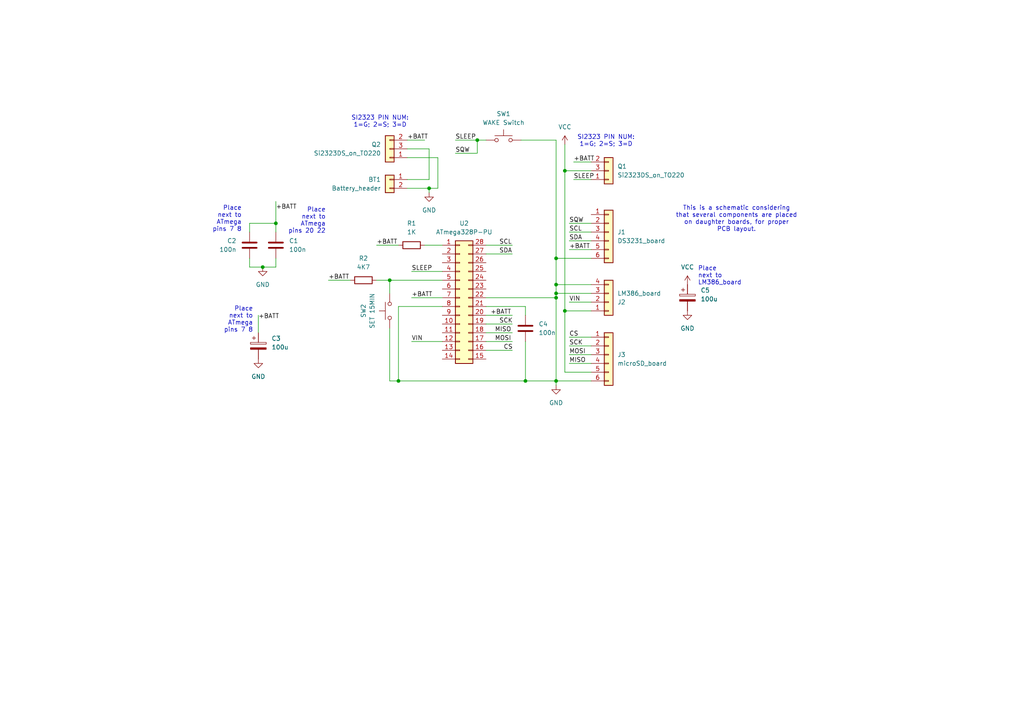
<source format=kicad_sch>
(kicad_sch (version 20231120) (generator "eeschema") (generator_version "8.0")
  (paper "A4")
  (title_block (title "Seikosha80 Westminster Chimer") (rev "1") (comment 1 "/kicadproj/output.pdf for discrete schematic") (comment 2 "https://github.com/comododragon/seikosha80/blob/main/schematics_layouts/rev1") (comment 3 "See"))
  (lib_symbols
    (symbol "CP_1" (pin_numbers hide) (pin_names (offset 0.254))
      (property "Reference" "C5" (at 3.81 2.1591 0))
      (property "Value" "100u" (at 3.81 -0.3809 0))
      (symbol "CP_1_0_1"
        (rectangle (start -2.286 0.508) (end 2.286 1.016))
        (polyline (pts (xy -1.778 2.286) (xy -0.762 2.286)))
        (polyline (pts (xy -1.27 2.794) (xy -1.27 1.778)))
        (rectangle (start 2.286 -0.508) (end -2.286 -1.016) (fill (type outline)))
      )
      (symbol "CP_1_1_1"
        (pin passive line (at 0 3.81 270) (length 2.794) (name "~") (number "1"))
        (pin passive line (at 0 -3.81 90) (length 2.794) (name "~") (number "3"))
      )
    )
    (symbol "C_1" (pin_numbers hide) (pin_names (offset 0.254))
      (property "Reference" "C2" (at 3.81 1.2701 0))
      (property "Value" "100n" (at 3.81 -1.2699 0))
      (symbol "C_1_0_1"
        (polyline (pts (xy -2.032 -0.762) (xy 2.032 -0.762)) (stroke (width 0.508)))
        (polyline (pts (xy -2.032 0.762) (xy 2.032 0.762)) (stroke (width 0.508)))
      )
      (symbol "C_1_1_1"
        (pin passive line (at 0 3.81 270) (length 2.794) (name "~") (number "1"))
        (pin passive line (at 0 -3.81 90) (length 2.794) (name "~") (number "2"))
      )
    )
    (symbol "C_2" (pin_numbers hide) (pin_names (offset 0.254))
      (property "Reference" "C1" (at 3.81 1.2701 0))
      (property "Value" "100n" (at 3.81 -1.2699 0))
      (symbol "C_2_0_1"
        (polyline (pts (xy -2.032 -0.762) (xy 2.032 -0.762)) (stroke (width 0.508)))
        (polyline (pts (xy -2.032 0.762) (xy 2.032 0.762)) (stroke (width 0.508)))
      )
      (symbol "C_2_1_1"
        (pin passive line (at 0 3.81 270) (length 2.794) (name "~") (number "1"))
        (pin passive line (at 0 -3.81 90) (length 2.794) (name "~") (number "3"))
      )
    )
    (symbol "Connector_Generic:Conn_01x02" (pin_names (offset 1.016) hide)
      (property "Reference" "J" (at 0 2.54 0))
      (property "Value" "Conn_01x02" (at 0 -5.08 0))
      (symbol "Conn_01x02_1_1"
        (rectangle (start -1.27 -2.413) (end 0 -2.667) (stroke (width 0.1524)))
        (rectangle (start -1.27 0.127) (end 0 -0.127) (stroke (width 0.1524)))
        (rectangle (start -1.27 1.27) (end 1.27 -3.81) (stroke (width 0.254)) (fill (type background)))
        (pin passive line (at -5.08 0 0) (length 3.81) (name "Pin_1") (number "1"))
        (pin passive line (at -5.08 -2.54 0) (length 3.81) (name "Pin_2") (number "2"))
      )
    )
    (symbol "Connector_Generic:Conn_01x03" (pin_names (offset 1.016) hide)
      (property "Reference" "J4" (at 2.54 1.2701 0))
      (property "Value" "Conn_01x03" (at 2.54 -1.2699 0))
      (symbol "Conn_01x03_1_1"
        (rectangle (start -1.27 -2.413) (end 0 -2.667) (stroke (width 0.1524)))
        (rectangle (start -1.27 0.127) (end 0 -0.127) (stroke (width 0.1524)))
        (rectangle (start -1.27 2.667) (end 0 2.413) (stroke (width 0.1524)))
        (rectangle (start -1.27 3.81) (end 1.27 -3.81) (stroke (width 0.254)) (fill (type background)))
        (pin passive line (at -5.08 -2.54 0) (length 3.81) (name "Pin_3") (number "1"))
        (pin passive line (at -5.08 2.54 0) (length 3.81) (name "Pin_1") (number "2"))
        (pin passive line (at -5.08 0 0) (length 3.81) (name "Pin_2") (number "3"))
      )
    )
    (symbol "Connector_Generic:Conn_01x04" (pin_names (offset 1.016) hide)
      (property "Reference" "J" (at 0 5.08 0))
      (property "Value" "Conn_01x04" (at 0 -7.62 0))
      (symbol "Conn_01x04_1_1"
        (rectangle (start -1.27 -4.953) (end 0 -5.207) (stroke (width 0.1524)))
        (rectangle (start -1.27 -2.413) (end 0 -2.667) (stroke (width 0.1524)))
        (rectangle (start -1.27 0.127) (end 0 -0.127) (stroke (width 0.1524)))
        (rectangle (start -1.27 2.667) (end 0 2.413) (stroke (width 0.1524)))
        (rectangle (start -1.27 3.81) (end 1.27 -6.35) (stroke (width 0.254)) (fill (type background)))
        (pin passive line (at -5.08 2.54 0) (length 3.81) (name "Pin_1") (number "1"))
        (pin passive line (at -5.08 0 0) (length 3.81) (name "Pin_2") (number "2"))
        (pin passive line (at -5.08 -2.54 0) (length 3.81) (name "Pin_3") (number "3"))
        (pin passive line (at -5.08 -5.08 0) (length 3.81) (name "Pin_4") (number "4"))
      )
    )
    (symbol "Connector_Generic:Conn_01x06" (pin_names (offset 1.016) hide)
      (property "Reference" "J" (at 0 7.62 0))
      (property "Value" "Conn_01x06" (at 0 -10.16 0))
      (symbol "Conn_01x06_1_1"
        (rectangle (start -1.27 -7.493) (end 0 -7.747) (stroke (width 0.1524)))
        (rectangle (start -1.27 -4.953) (end 0 -5.207) (stroke (width 0.1524)))
        (rectangle (start -1.27 -2.413) (end 0 -2.667) (stroke (width 0.1524)))
        (rectangle (start -1.27 0.127) (end 0 -0.127) (stroke (width 0.1524)))
        (rectangle (start -1.27 2.667) (end 0 2.413) (stroke (width 0.1524)))
        (rectangle (start -1.27 5.207) (end 0 4.953) (stroke (width 0.1524)))
        (rectangle (start -1.27 6.35) (end 1.27 -8.89) (stroke (width 0.254)) (fill (type background)))
        (pin passive line (at -5.08 5.08 0) (length 3.81) (name "Pin_1") (number "1"))
        (pin passive line (at -5.08 2.54 0) (length 3.81) (name "Pin_2") (number "2"))
        (pin passive line (at -5.08 0 0) (length 3.81) (name "Pin_3") (number "3"))
        (pin passive line (at -5.08 -2.54 0) (length 3.81) (name "Pin_4") (number "4"))
        (pin passive line (at -5.08 -5.08 0) (length 3.81) (name "Pin_5") (number "5"))
        (pin passive line (at -5.08 -7.62 0) (length 3.81) (name "Pin_6") (number "6"))
      )
    )
    (symbol "Connector_Generic:Conn_02x14_Counter_Clockwise" (pin_names (offset 1.016) hide)
      (property "Reference" "J" (at 1.27 17.78 0))
      (property "Value" "Conn_02x14_Counter_Clockwise" (at 1.27 -20.32 0))
      (symbol "Conn_02x14_Counter_Clockwise_1_1"
        (rectangle (start -1.27 -17.653) (end 0 -17.907) (stroke (width 0.1524)))
        (rectangle (start -1.27 -15.113) (end 0 -15.367) (stroke (width 0.1524)))
        (rectangle (start -1.27 -12.573) (end 0 -12.827) (stroke (width 0.1524)))
        (rectangle (start -1.27 -10.033) (end 0 -10.287) (stroke (width 0.1524)))
        (rectangle (start -1.27 -7.493) (end 0 -7.747) (stroke (width 0.1524)))
        (rectangle (start -1.27 -4.953) (end 0 -5.207) (stroke (width 0.1524)))
        (rectangle (start -1.27 -2.413) (end 0 -2.667) (stroke (width 0.1524)))
        (rectangle (start -1.27 0.127) (end 0 -0.127) (stroke (width 0.1524)))
        (rectangle (start -1.27 2.667) (end 0 2.413) (stroke (width 0.1524)))
        (rectangle (start -1.27 5.207) (end 0 4.953) (stroke (width 0.1524)))
        (rectangle (start -1.27 7.747) (end 0 7.493) (stroke (width 0.1524)))
        (rectangle (start -1.27 10.287) (end 0 10.033) (stroke (width 0.1524)))
        (rectangle (start -1.27 12.827) (end 0 12.573) (stroke (width 0.1524)))
        (rectangle (start -1.27 15.367) (end 0 15.113) (stroke (width 0.1524)))
        (rectangle (start -1.27 16.51) (end 3.81 -19.05) (stroke (width 0.254)) (fill (type background)))
        (rectangle (start 3.81 -17.653) (end 2.54 -17.907) (stroke (width 0.1524)))
        (rectangle (start 3.81 -15.113) (end 2.54 -15.367) (stroke (width 0.1524)))
        (rectangle (start 3.81 -12.573) (end 2.54 -12.827) (stroke (width 0.1524)))
        (rectangle (start 3.81 -10.033) (end 2.54 -10.287) (stroke (width 0.1524)))
        (rectangle (start 3.81 -7.493) (end 2.54 -7.747) (stroke (width 0.1524)))
        (rectangle (start 3.81 -4.953) (end 2.54 -5.207) (stroke (width 0.1524)))
        (rectangle (start 3.81 -2.413) (end 2.54 -2.667) (stroke (width 0.1524)))
        (rectangle (start 3.81 0.127) (end 2.54 -0.127) (stroke (width 0.1524)))
        (rectangle (start 3.81 2.667) (end 2.54 2.413) (stroke (width 0.1524)))
        (rectangle (start 3.81 5.207) (end 2.54 4.953) (stroke (width 0.1524)))
        (rectangle (start 3.81 7.747) (end 2.54 7.493) (stroke (width 0.1524)))
        (rectangle (start 3.81 10.287) (end 2.54 10.033) (stroke (width 0.1524)))
        (rectangle (start 3.81 12.827) (end 2.54 12.573) (stroke (width 0.1524)))
        (rectangle (start 3.81 15.367) (end 2.54 15.113) (stroke (width 0.1524)))
        (pin passive line (at -5.08 15.24 0) (length 3.81) (name "Pin_1") (number "1"))
        (pin passive line (at -5.08 -7.62 0) (length 3.81) (name "Pin_10") (number "10"))
        (pin passive line (at -5.08 -10.16 0) (length 3.81) (name "Pin_11") (number "11"))
        (pin passive line (at -5.08 -12.7 0) (length 3.81) (name "Pin_12") (number "12"))
        (pin passive line (at -5.08 -15.24 0) (length 3.81) (name "Pin_13") (number "13"))
        (pin passive line (at -5.08 -17.78 0) (length 3.81) (name "Pin_14") (number "14"))
        (pin passive line (at 7.62 -17.78 180) (length 3.81) (name "Pin_15") (number "15"))
        (pin passive line (at 7.62 -15.24 180) (length 3.81) (name "Pin_16") (number "16"))
        (pin passive line (at 7.62 -12.7 180) (length 3.81) (name "Pin_17") (number "17"))
        (pin passive line (at 7.62 -10.16 180) (length 3.81) (name "Pin_18") (number "18"))
        (pin passive line (at 7.62 -7.62 180) (length 3.81) (name "Pin_19") (number "19"))
        (pin passive line (at -5.08 12.7 0) (length 3.81) (name "Pin_2") (number "2"))
        (pin passive line (at 7.62 -5.08 180) (length 3.81) (name "Pin_20") (number "20"))
        (pin passive line (at 7.62 -2.54 180) (length 3.81) (name "Pin_21") (number "21"))
        (pin passive line (at 7.62 0 180) (length 3.81) (name "Pin_22") (number "22"))
        (pin passive line (at 7.62 2.54 180) (length 3.81) (name "Pin_23") (number "23"))
        (pin passive line (at 7.62 5.08 180) (length 3.81) (name "Pin_24") (number "24"))
        (pin passive line (at 7.62 7.62 180) (length 3.81) (name "Pin_25") (number "25"))
        (pin passive line (at 7.62 10.16 180) (length 3.81) (name "Pin_26") (number "26"))
        (pin passive line (at 7.62 12.7 180) (length 3.81) (name "Pin_27") (number "27"))
        (pin passive line (at 7.62 15.24 180) (length 3.81) (name "Pin_28") (number "28"))
        (pin passive line (at -5.08 10.16 0) (length 3.81) (name "Pin_3") (number "3"))
        (pin passive line (at -5.08 7.62 0) (length 3.81) (name "Pin_4") (number "4"))
        (pin passive line (at -5.08 5.08 0) (length 3.81) (name "Pin_5") (number "5"))
        (pin passive line (at -5.08 2.54 0) (length 3.81) (name "Pin_6") (number "6"))
        (pin passive line (at -5.08 0 0) (length 3.81) (name "Pin_7") (number "7"))
        (pin passive line (at -5.08 -2.54 0) (length 3.81) (name "Pin_8") (number "8"))
        (pin passive line (at -5.08 -5.08 0) (length 3.81) (name "Pin_9") (number "9"))
      )
    )
    (symbol "Device:C" (pin_numbers hide) (pin_names (offset 0.254))
      (property "Reference" "C" (at 0.635 2.54 0))
      (property "Value" "C" (at 0.635 -2.54 0))
      (symbol "C_0_1"
        (polyline (pts (xy -2.032 -0.762) (xy 2.032 -0.762)) (stroke (width 0.508)))
        (polyline (pts (xy -2.032 0.762) (xy 2.032 0.762)) (stroke (width 0.508)))
      )
      (symbol "C_1_1"
        (pin passive line (at 0 3.81 270) (length 2.794) (name "~") (number "1"))
        (pin passive line (at 0 -3.81 90) (length 2.794) (name "~") (number "2"))
      )
    )
    (symbol "Device:CP" (pin_numbers hide) (pin_names (offset 0.254))
      (property "Reference" "C3" (at 3.81 2.1591 0))
      (property "Value" "100u" (at 3.81 -0.3809 0))
      (symbol "CP_0_1"
        (rectangle (start -2.286 0.508) (end 2.286 1.016))
        (polyline (pts (xy -1.778 2.286) (xy -0.762 2.286)))
        (polyline (pts (xy -1.27 2.794) (xy -1.27 1.778)))
        (rectangle (start 2.286 -0.508) (end -2.286 -1.016) (fill (type outline)))
      )
      (symbol "CP_1_1"
        (pin passive line (at 0 3.81 270) (length 2.794) (name "~") (number "1"))
        (pin passive line (at 0 -3.81 90) (length 2.794) (name "~") (number "2"))
      )
    )
    (symbol "Device:R" (pin_numbers hide) (pin_names (offset 0))
      (property "Reference" "R2" (at 6.35 0 90))
      (property "Value" "4K7" (at 3.81 0 90))
      (symbol "R_0_1"
        (rectangle (start -1.016 -2.54) (end 1.016 2.54) (stroke (width 0.254)))
      )
      (symbol "R_1_1"
        (pin passive line (at 0 3.81 270) (length 1.27) (name "~") (number "1"))
        (pin passive line (at 0 -3.81 90) (length 1.27) (name "~") (number "4"))
      )
    )
    (symbol "R_1" (pin_numbers hide) (pin_names (offset 0))
      (property "Reference" "R1" (at 6.35 0 90))
      (property "Value" "1K" (at 3.81 0 90))
      (symbol "R_1_0_1"
        (rectangle (start -1.016 -2.54) (end 1.016 2.54) (stroke (width 0.254)))
      )
      (symbol "R_1_1_1"
        (pin passive line (at 0 3.81 270) (length 1.27) (name "~") (number "1"))
        (pin passive line (at 0 -3.81 90) (length 1.27) (name "~") (number "4"))
      )
    )
    (symbol "SW_Push_1" (pin_numbers hide) (pin_names (offset 1.016) hide)
      (property "Reference" "SW1" (at 0 7.62 0))
      (property "Value" "WAKE Switch" (at 0 5.08 0))
      (symbol "SW_Push_1_0_1"
        (circle (center -2.032 0) (radius 0.508))
        (polyline (pts (xy 0 1.27) (xy 0 3.048)))
        (polyline (pts (xy 2.54 1.27) (xy -2.54 1.27)))
        (circle (center 2.032 0) (radius 0.508))
        (pin passive line (at -5.08 0 0) (length 2.54) (name "1") (number "1"))
        (pin passive line (at 5.08 0 180) (length 2.54) (name "2") (number "3"))
      )
    )
    (symbol "Switch:SW_Push" (pin_numbers hide) (pin_names (offset 1.016) hide)
      (property "Reference" "SW2" (at 0 7.62 0))
      (property "Value" "SET 15MIN" (at 0 5.08 0))
      (symbol "SW_Push_0_1"
        (circle (center -2.032 0) (radius 0.508))
        (polyline (pts (xy 0 1.27) (xy 0 3.048)))
        (polyline (pts (xy 2.54 1.27) (xy -2.54 1.27)))
        (circle (center 2.032 0) (radius 0.508))
        (pin passive line (at -5.08 0 0) (length 2.54) (name "1") (number "1"))
        (pin passive line (at 5.08 0 180) (length 2.54) (name "2") (number "3"))
      )
    )
    (symbol "power:GND" (power) (pin_names (offset 0))
      (property "Value" "GND" (at 0 -3.81 0))
      (symbol "GND_0_1"
        (polyline (pts (xy 0 0) (xy 0 -1.27) (xy 1.27 -1.27) (xy 0 -2.54) (xy -1.27 -1.27) (xy 0 -1.27)))
      )
      (symbol "GND_1_1"
        (pin power_in line (at 0 0 270) (length 0) hide (name "GND") (number "1"))
      )
    )
    (symbol "power:VCC" (power) (pin_names (offset 0))
      (property "Value" "VCC" (at 0 3.81 0))
      (symbol "VCC_0_1"
        (polyline (pts (xy -0.762 1.27) (xy 0 2.54)))
        (polyline (pts (xy 0 0) (xy 0 2.54)))
        (polyline (pts (xy 0 2.54) (xy 0.762 1.27)))
      )
      (symbol "VCC_1_1"
        (pin power_in line (at 0 0 90) (length 0) hide (name "VCC") (number "1"))
      )
    )
  )
  (junction (at 124.46 54.61))
  (junction (at 163.83 90.17))
  (junction (at 113.03 81.28))
  (junction (at 161.29 74.93))
  (junction (at 76.2 77.47))
  (junction (at 161.29 85.09))
  (junction (at 163.83 49.53))
  (junction (at 152.4 110.49))
  (junction (at 138.43 40.64))
  (junction (at 115.57 110.49))
  (junction (at 161.29 86.36))
  (junction (at 161.29 82.55))
  (junction (at 80.01 64.77))
  (junction (at 161.29 110.49))
  (wire (pts (xy 140.97 101.6) (xy 148.59 101.6)))
  (wire (pts (xy 163.83 107.95) (xy 163.83 90.17)))
  (wire (pts (xy 80.01 67.31) (xy 80.01 64.77)))
  (wire (pts (xy 109.22 71.12) (xy 115.57 71.12)))
  (wire (pts (xy 161.29 40.64) (xy 161.29 74.93)))
  (wire (pts (xy 138.43 40.64) (xy 138.43 44.45)))
  (wire (pts (xy 165.1 72.39) (xy 171.45 72.39)))
  (wire (pts (xy 140.97 86.36) (xy 161.29 86.36)))
  (wire (pts (xy 123.19 71.12) (xy 128.27 71.12)))
  (wire (pts (xy 163.83 49.53) (xy 163.83 90.17)))
  (wire (pts (xy 166.37 46.99) (xy 171.45 46.99)))
  (wire (pts (xy 118.11 54.61) (xy 124.46 54.61)))
  (wire (pts (xy 74.93 91.44) (xy 74.93 96.52)))
  (wire (pts (xy 152.4 99.06) (xy 152.4 110.49)))
  (wire (pts (xy 152.4 88.9) (xy 152.4 91.44)))
  (wire (pts (xy 80.01 58.42) (xy 80.01 64.77)))
  (wire (pts (xy 161.29 74.93) (xy 161.29 82.55)))
  (wire (pts (xy 132.08 44.45) (xy 138.43 44.45)))
  (wire (pts (xy 161.29 110.49) (xy 171.45 110.49)))
  (wire (pts (xy 113.03 81.28) (xy 113.03 85.09)))
  (wire (pts (xy 171.45 74.93) (xy 161.29 74.93)))
  (wire (pts (xy 165.1 87.63) (xy 171.45 87.63)))
  (wire (pts (xy 152.4 110.49) (xy 161.29 110.49)))
  (wire (pts (xy 80.01 64.77) (xy 72.39 64.77)))
  (wire (pts (xy 80.01 77.47) (xy 80.01 74.93)))
  (wire (pts (xy 72.39 64.77) (xy 72.39 67.31)))
  (wire (pts (xy 118.11 45.72) (xy 127 45.72)))
  (wire (pts (xy 161.29 86.36) (xy 161.29 110.49)))
  (wire (pts (xy 76.2 77.47) (xy 80.01 77.47)))
  (wire (pts (xy 163.83 49.53) (xy 171.45 49.53)))
  (wire (pts (xy 163.83 90.17) (xy 171.45 90.17)))
  (wire (pts (xy 165.1 67.31) (xy 171.45 67.31)))
  (wire (pts (xy 163.83 107.95) (xy 171.45 107.95)))
  (wire (pts (xy 161.29 110.49) (xy 161.29 111.76)))
  (wire (pts (xy 115.57 110.49) (xy 152.4 110.49)))
  (wire (pts (xy 113.03 81.28) (xy 128.27 81.28)))
  (wire (pts (xy 161.29 82.55) (xy 161.29 85.09)))
  (wire (pts (xy 119.38 99.06) (xy 128.27 99.06)))
  (wire (pts (xy 118.11 52.07) (xy 124.46 52.07)))
  (wire (pts (xy 72.39 74.93) (xy 72.39 77.47)))
  (wire (pts (xy 118.11 40.64) (xy 123.19 40.64)))
  (wire (pts (xy 166.37 52.07) (xy 171.45 52.07)))
  (wire (pts (xy 140.97 71.12) (xy 148.59 71.12)))
  (wire (pts (xy 124.46 52.07) (xy 124.46 43.18)))
  (wire (pts (xy 140.97 88.9) (xy 152.4 88.9)))
  (wire (pts (xy 171.45 82.55) (xy 161.29 82.55)))
  (wire (pts (xy 72.39 77.47) (xy 76.2 77.47)))
  (wire (pts (xy 140.97 73.66) (xy 148.59 73.66)))
  (wire (pts (xy 132.08 40.64) (xy 138.43 40.64)))
  (wire (pts (xy 165.1 102.87) (xy 171.45 102.87)))
  (wire (pts (xy 161.29 85.09) (xy 171.45 85.09)))
  (wire (pts (xy 119.38 78.74) (xy 128.27 78.74)))
  (wire (pts (xy 127 45.72) (xy 127 54.61)))
  (wire (pts (xy 165.1 100.33) (xy 171.45 100.33)))
  (wire (pts (xy 161.29 85.09) (xy 161.29 86.36)))
  (wire (pts (xy 127 54.61) (xy 124.46 54.61)))
  (wire (pts (xy 140.97 91.44) (xy 148.59 91.44)))
  (wire (pts (xy 165.1 64.77) (xy 171.45 64.77)))
  (wire (pts (xy 140.97 99.06) (xy 148.59 99.06)))
  (wire (pts (xy 113.03 95.25) (xy 113.03 110.49)))
  (wire (pts (xy 140.97 93.98) (xy 148.59 93.98)))
  (wire (pts (xy 138.43 40.64) (xy 140.97 40.64)))
  (wire (pts (xy 140.97 96.52) (xy 148.59 96.52)))
  (wire (pts (xy 163.83 41.91) (xy 163.83 49.53)))
  (wire (pts (xy 119.38 86.36) (xy 128.27 86.36)))
  (wire (pts (xy 165.1 97.79) (xy 171.45 97.79)))
  (wire (pts (xy 113.03 110.49) (xy 115.57 110.49)))
  (wire (pts (xy 115.57 88.9) (xy 115.57 110.49)))
  (wire (pts (xy 165.1 105.41) (xy 171.45 105.41)))
  (wire (pts (xy 124.46 54.61) (xy 124.46 55.88)))
  (wire (pts (xy 151.13 40.64) (xy 161.29 40.64)))
  (wire (pts (xy 128.27 88.9) (xy 115.57 88.9)))
  (wire (pts (xy 165.1 69.85) (xy 171.45 69.85)))
  (wire (pts (xy 95.25 81.28) (xy 101.6 81.28)))
  (wire (pts (xy 118.11 43.18) (xy 124.46 43.18)))
  (wire (pts (xy 109.22 81.28) (xy 113.03 81.28)))
  (text "Place\nnext to\nLM386_board" (at 202.438 80.01 0) (effects (font (size 1.27 1.27)) (justify left)))
  (text "Place\nnext to\nATmega\npins 20 22" (at 94.488 64.008 0) (effects (font (size 1.27 1.27)) (justify right)))
  (text "SI2323 PIN NUM:\n1=G; 2=S; 3=D" (at 175.768 40.894 0) (effects (font (size 1.27 1.27))))
  (text "This is a schematic considering\nthat several components are placed\non daughter boards, for proper\nPCB layout." (at 213.614 63.5 0) (effects (font (size 1.27 1.27))))
  (text "Place\nnext to\nATmega\npins 7 8" (at 70.104 63.5 0) (effects (font (size 1.27 1.27)) (justify right)))
  (text "SI2323 PIN NUM:\n1=G; 2=S; 3=D" (at 110.236 35.306 0) (effects (font (size 1.27 1.27))))
  (text "Place\nnext to\nATmega\npins 7 8" (at 73.406 92.71 0) (effects (font (size 1.27 1.27)) (justify right)))
  (label "VIN" (at 119.38 99.06 0))
  (label "SCK" (at 165.1 100.33 0))
  (label "SQW" (at 132.08 44.45 0))
  (label "MOSI" (at 165.1 102.87 0))
  (label "+BATT" (at 119.38 86.36 0))
  (label "+BATT" (at 142.24 91.44 0))
  (label "CS" (at 146.05 101.6 0))
  (label "SDA" (at 165.1 69.85 0))
  (label "SDA" (at 144.78 73.66 0))
  (label "MISO" (at 165.1 105.41 0))
  (label "SLEEP" (at 132.08 40.64 0))
  (label "+BATT" (at 80.01 60.96 0))
  (label "SLEEP" (at 166.37 52.07 0))
  (label "SLEEP" (at 119.38 78.74 0))
  (label "+BATT" (at 165.1 72.39 0))
  (label "SCK" (at 144.78 93.98 0))
  (label "+BATT" (at 109.22 71.12 0))
  (label "MOSI" (at 143.51 99.06 0))
  (label "+BATT" (at 118.11 40.64 0))
  (label "+BATT" (at 95.25 81.28 0))
  (label "SCL" (at 144.78 71.12 0))
  (label "MISO" (at 143.51 96.52 0))
  (label "SQW" (at 165.1 64.77 0))
  (label "CS" (at 165.1 97.79 0))
  (label "VIN" (at 165.1 87.63 0))
  (label "SCL" (at 165.1 67.31 0))
  (label "+BATT" (at 74.93 92.71 0))
  (label "+BATT" (at 166.37 46.99 0))
  (symbol (lib_id "Connector_Generic:Conn_02x14_Counter_Clockwise") (at 133.35 86.36 0) (unit 1)
    (property "Reference" "U2" (at 134.62 64.77 0))
    (property "Value" "ATmega328P-PU" (at 134.62 67.31 0))
    (property "Footprint" "Package_DIP:DIP-28_W7.62mm" (effects (hide yes)))
    (property "Description" "Generic connector, double row, 02x14, counter clockwise pin numbering scheme (similar to DIP packge numbering), script generated (kicad-library-utils/schlib/autogen/connector/)" (effects (hide yes)))
  )
  (symbol (lib_id "power:GND") (at 74.93 104.14 0) (unit 1)
    (property "Reference" "#PWR06" (effects (hide yes)))
    (property "Value" "GND" (at 74.93 109.22 0))
    (property "Description" "Power symbol creates a global label with name \"GND\" , ground" (effects (hide yes)))
  )
  (symbol (lib_name "R_1") (lib_id "Device:R") (at 119.38 71.12 90) (unit 1)
    (property "Reference" "R1" (at 119.38 64.77 90))
    (property "Value" "1K" (at 119.38 67.31 90))
    (property "Footprint" "Connector_PinHeader_2.54mm:PinHeader_1x04_P2.54mm_Vertical" (effects (hide yes)))
    (property "Description" "Resistor" (effects (hide yes)))
  )
  (symbol (lib_id "Connector_Generic:Conn_01x02") (at 113.03 52.07 0) (mirror y) (unit 1)
    (property "Reference" "BT1" (at 110.49 52.0699 0) (effects (justify left)))
    (property "Value" "Battery_header" (at 110.49 54.6099 0) (effects (justify left)))
    (property "Footprint" "Connector_PinHeader_2.54mm:PinHeader_1x02_P2.54mm_Vertical" (effects (hide yes)))
    (property "Description" "Generic connector, single row, 01x02, script generated (kicad-library-utils/schlib/autogen/connector/)" (effects (hide yes)))
  )
  (symbol (lib_id "Device:C") (at 152.4 95.25 0) (unit 1)
    (property "Reference" "C4" (at 156.21 93.9799 0) (effects (justify left)))
    (property "Value" "100n" (at 156.21 96.5199 0) (effects (justify left)))
    (property "Footprint" "Connector_PinHeader_2.54mm:PinHeader_1x02_P2.54mm_Vertical" (effects (hide yes)))
    (property "Description" "Unpolarized capacitor" (effects (hide yes)))
  )
  (symbol (lib_id "power:GND") (at 76.2 77.47 0) (unit 1)
    (property "Reference" "#PWR07" (effects (hide yes)))
    (property "Value" "GND" (at 76.2 82.55 0))
    (property "Description" "Power symbol creates a global label with name \"GND\" , ground" (effects (hide yes)))
  )
  (symbol (lib_id "Connector_Generic:Conn_01x03") (at 176.53 49.53 0) (unit 1)
    (property "Reference" "Q1" (at 179.07 48.2599 0) (effects (justify left)))
    (property "Value" "Si2323DS_on_TO220" (at 179.07 50.7999 0) (effects (justify left)))
    (property "Footprint" "Connector_PinHeader_2.54mm:PinHeader_1x03_P2.54mm_Vertical" (effects (hide yes)))
    (property "Description" "Generic connector, single row, 01x03, script generated (kicad-library-utils/schlib/autogen/connector/)" (effects (hide yes)))
  )
  (symbol (lib_id "Device:CP") (at 74.93 100.33 0) (unit 1)
    (property "Reference" "C3" (at 78.74 98.1709 0) (effects (justify left)))
    (property "Value" "100u" (at 78.74 100.7109 0) (effects (justify left)))
    (property "Footprint" "Connector_PinHeader_2.54mm:PinHeader_1x02_P2.54mm_Vertical" (effects (hide yes)))
    (property "Description" "Polarized capacitor" (effects (hide yes)))
  )
  (symbol (lib_id "Connector_Generic:Conn_01x06") (at 176.53 102.87 0) (unit 1)
    (property "Reference" "J3" (at 179.07 102.8699 0) (effects (justify left)))
    (property "Value" "microSD_board" (at 179.07 105.4099 0) (effects (justify left)))
    (property "Footprint" "Connector_PinHeader_2.54mm:PinHeader_1x06_P2.54mm_Vertical" (effects (hide yes)))
    (property "Description" "Generic connector, single row, 01x06, script generated (kicad-library-utils/schlib/autogen/connector/)" (effects (hide yes)))
  )
  (symbol (lib_id "Connector_Generic:Conn_01x04") (at 176.53 87.63 0) (mirror x) (unit 1)
    (property "Reference" "J2" (at 179.07 87.6301 0) (effects (justify left)))
    (property "Value" "LM386_board" (at 179.07 85.0901 0) (effects (justify left)))
    (property "Footprint" "Connector_PinHeader_2.54mm:PinHeader_1x04_P2.54mm_Vertical" (effects (hide yes)))
    (property "Description" "Generic connector, single row, 01x04, script generated (kicad-library-utils/schlib/autogen/connector/)" (effects (hide yes)))
  )
  (symbol (lib_id "power:VCC") (at 199.39 82.55 0) (unit 1)
    (property "Reference" "#PWR03" (effects (hide yes)))
    (property "Value" "VCC" (at 199.39 77.47 0))
    (property "Description" "Power symbol creates a global label with name \"VCC\"" (effects (hide yes)))
  )
  (symbol (lib_name "C_2") (lib_id "Device:C") (at 80.01 71.12 0) (unit 1)
    (property "Reference" "C1" (at 83.82 69.8499 0) (effects (justify left)))
    (property "Value" "100n" (at 83.82 72.3899 0) (effects (justify left)))
    (property "Footprint" "Connector_PinHeader_2.54mm:PinHeader_1x03_P2.54mm_Vertical" (effects (hide yes)))
    (property "Description" "Unpolarized capacitor" (effects (hide yes)))
  )
  (symbol (lib_name "C_1") (lib_id "Device:C") (at 72.39 71.12 0) (mirror y) (unit 1)
    (property "Reference" "C2" (at 68.58 69.8499 0) (effects (justify left)))
    (property "Value" "100n" (at 68.58 72.3899 0) (effects (justify left)))
    (property "Footprint" "Connector_PinHeader_2.54mm:PinHeader_1x02_P2.54mm_Vertical" (effects (hide yes)))
    (property "Description" "Unpolarized capacitor" (effects (hide yes)))
  )
  (symbol (lib_id "Connector_Generic:Conn_01x06") (at 176.53 67.31 0) (unit 1)
    (property "Reference" "J1" (at 179.07 67.3099 0) (effects (justify left)))
    (property "Value" "DS3231_board" (at 179.07 69.8499 0) (effects (justify left)))
    (property "Footprint" "Connector_PinHeader_2.54mm:PinHeader_1x06_P2.54mm_Vertical" (effects (hide yes)))
    (property "Description" "Generic connector, single row, 01x06, script generated (kicad-library-utils/schlib/autogen/connector/)" (effects (hide yes)))
  )
  (symbol (lib_id "power:GND") (at 161.29 111.76 0) (unit 1)
    (property "Reference" "#PWR01" (effects (hide yes)))
    (property "Value" "GND" (at 161.29 116.84 0))
    (property "Description" "Power symbol creates a global label with name \"GND\" , ground" (effects (hide yes)))
  )
  (symbol (lib_id "Connector_Generic:Conn_01x03") (at 113.03 43.18 0) (mirror y) (unit 1)
    (property "Reference" "Q2" (at 110.49 41.9099 0) (effects (justify left)))
    (property "Value" "Si2323DS_on_TO220" (at 110.49 44.4499 0) (effects (justify left)))
    (property "Footprint" "Connector_PinHeader_2.54mm:PinHeader_1x03_P2.54mm_Vertical" (effects (hide yes)))
    (property "Description" "Generic connector, single row, 01x03, script generated (kicad-library-utils/schlib/autogen/connector/)" (effects (hide yes)))
  )
  (symbol (lib_id "power:GND") (at 124.46 55.88 0) (unit 1)
    (property "Reference" "#PWR02" (effects (hide yes)))
    (property "Value" "GND" (at 124.46 60.96 0))
    (property "Description" "Power symbol creates a global label with name \"GND\" , ground" (effects (hide yes)))
  )
  (symbol (lib_id "Device:R") (at 105.41 81.28 90) (unit 1)
    (property "Reference" "R2" (at 105.41 74.93 90))
    (property "Value" "4K7" (at 105.41 77.47 90))
    (property "Footprint" "Connector_PinHeader_2.54mm:PinHeader_1x04_P2.54mm_Vertical" (effects (hide yes)))
    (property "Description" "Resistor" (effects (hide yes)))
  )
  (symbol (lib_name "SW_Push_1") (lib_id "Switch:SW_Push") (at 146.05 40.64 0) (unit 1)
    (property "Reference" "SW1" (at 146.05 33.02 0))
    (property "Value" "WAKE Switch" (at 146.05 35.56 0))
    (property "Footprint" "Connector_PinHeader_2.54mm:PinHeader_1x03_P2.54mm_Vertical" (effects (hide yes)))
    (property "Description" "Push button switch, generic, two pins" (effects (hide yes)))
  )
  (symbol (lib_id "power:GND") (at 199.39 90.17 0) (unit 1)
    (property "Reference" "#PWR05" (effects (hide yes)))
    (property "Value" "GND" (at 199.39 95.25 0))
    (property "Description" "Power symbol creates a global label with name \"GND\" , ground" (effects (hide yes)))
  )
  (symbol (lib_id "Switch:SW_Push") (at 113.03 90.17 90) (mirror x) (unit 1)
    (property "Reference" "SW2" (at 105.41 90.17 0))
    (property "Value" "SET 15MIN" (at 107.95 90.17 0))
    (property "Footprint" "Connector_PinHeader_2.54mm:PinHeader_1x03_P2.54mm_Vertical" (effects (hide yes)))
    (property "Description" "Push button switch, generic, two pins" (effects (hide yes)))
  )
  (symbol (lib_id "power:VCC") (at 163.83 41.91 0) (unit 1)
    (property "Reference" "#PWR04" (effects (hide yes)))
    (property "Value" "VCC" (at 163.83 36.83 0))
    (property "Description" "Power symbol creates a global label with name \"VCC\"" (effects (hide yes)))
  )
  (symbol (lib_name "CP_1") (lib_id "Device:CP") (at 199.39 86.36 0) (unit 1)
    (property "Reference" "C5" (at 203.2 84.2009 0) (effects (justify left)))
    (property "Value" "100u" (at 203.2 86.7409 0) (effects (justify left)))
    (property "Footprint" "Connector_PinHeader_2.54mm:PinHeader_1x03_P2.54mm_Vertical" (effects (hide yes)))
    (property "Description" "Polarized capacitor" (effects (hide yes)))
  )
)
</source>
